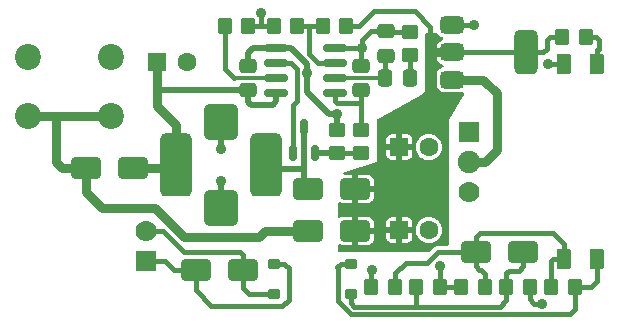
<source format=gtl>
%TF.GenerationSoftware,KiCad,Pcbnew,9.0.7-9.0.7~ubuntu24.04.1*%
%TF.CreationDate,2026-01-03T17:13:33-08:00*%
%TF.ProjectId,BeamBreak-v1,4265616d-4272-4656-916b-2d76312e6b69,1*%
%TF.SameCoordinates,Original*%
%TF.FileFunction,Copper,L1,Top*%
%TF.FilePolarity,Positive*%
%FSLAX46Y46*%
G04 Gerber Fmt 4.6, Leading zero omitted, Abs format (unit mm)*
G04 Created by KiCad (PCBNEW 9.0.7-9.0.7~ubuntu24.04.1) date 2026-01-03 17:13:33*
%MOMM*%
%LPD*%
G01*
G04 APERTURE LIST*
G04 Aperture macros list*
%AMRoundRect*
0 Rectangle with rounded corners*
0 $1 Rounding radius*
0 $2 $3 $4 $5 $6 $7 $8 $9 X,Y pos of 4 corners*
0 Add a 4 corners polygon primitive as box body*
4,1,4,$2,$3,$4,$5,$6,$7,$8,$9,$2,$3,0*
0 Add four circle primitives for the rounded corners*
1,1,$1+$1,$2,$3*
1,1,$1+$1,$4,$5*
1,1,$1+$1,$6,$7*
1,1,$1+$1,$8,$9*
0 Add four rect primitives between the rounded corners*
20,1,$1+$1,$2,$3,$4,$5,0*
20,1,$1+$1,$4,$5,$6,$7,0*
20,1,$1+$1,$6,$7,$8,$9,0*
20,1,$1+$1,$8,$9,$2,$3,0*%
G04 Aperture macros list end*
%TA.AperFunction,SMDPad,CuDef*%
%ADD10RoundRect,0.250000X0.350000X0.450000X-0.350000X0.450000X-0.350000X-0.450000X0.350000X-0.450000X0*%
%TD*%
%TA.AperFunction,SMDPad,CuDef*%
%ADD11RoundRect,0.250000X1.000000X0.650000X-1.000000X0.650000X-1.000000X-0.650000X1.000000X-0.650000X0*%
%TD*%
%TA.AperFunction,SMDPad,CuDef*%
%ADD12RoundRect,0.396240X0.924560X-2.270760X0.924560X2.270760X-0.924560X2.270760X-0.924560X-2.270760X0*%
%TD*%
%TA.AperFunction,SMDPad,CuDef*%
%ADD13RoundRect,0.426720X0.995680X-1.090930X0.995680X1.090930X-0.995680X1.090930X-0.995680X-1.090930X0*%
%TD*%
%TA.AperFunction,ComponentPad*%
%ADD14RoundRect,0.250000X-0.550000X-0.550000X0.550000X-0.550000X0.550000X0.550000X-0.550000X0.550000X0*%
%TD*%
%TA.AperFunction,ComponentPad*%
%ADD15C,1.600000*%
%TD*%
%TA.AperFunction,SMDPad,CuDef*%
%ADD16RoundRect,0.150000X0.825000X0.150000X-0.825000X0.150000X-0.825000X-0.150000X0.825000X-0.150000X0*%
%TD*%
%TA.AperFunction,SMDPad,CuDef*%
%ADD17RoundRect,0.375000X-0.625000X-0.375000X0.625000X-0.375000X0.625000X0.375000X-0.625000X0.375000X0*%
%TD*%
%TA.AperFunction,SMDPad,CuDef*%
%ADD18RoundRect,0.500000X-0.500000X-1.400000X0.500000X-1.400000X0.500000X1.400000X-0.500000X1.400000X0*%
%TD*%
%TA.AperFunction,ComponentPad*%
%ADD19C,2.200000*%
%TD*%
%TA.AperFunction,SMDPad,CuDef*%
%ADD20RoundRect,0.250000X-0.350000X-0.450000X0.350000X-0.450000X0.350000X0.450000X-0.350000X0.450000X0*%
%TD*%
%TA.AperFunction,SMDPad,CuDef*%
%ADD21RoundRect,0.250000X0.475000X-0.337500X0.475000X0.337500X-0.475000X0.337500X-0.475000X-0.337500X0*%
%TD*%
%TA.AperFunction,SMDPad,CuDef*%
%ADD22RoundRect,0.250000X-0.375000X-0.625000X0.375000X-0.625000X0.375000X0.625000X-0.375000X0.625000X0*%
%TD*%
%TA.AperFunction,SMDPad,CuDef*%
%ADD23RoundRect,0.120000X-0.380000X0.280000X-0.380000X-0.280000X0.380000X-0.280000X0.380000X0.280000X0*%
%TD*%
%TA.AperFunction,SMDPad,CuDef*%
%ADD24RoundRect,0.250000X-0.450000X0.350000X-0.450000X-0.350000X0.450000X-0.350000X0.450000X0.350000X0*%
%TD*%
%TA.AperFunction,SMDPad,CuDef*%
%ADD25RoundRect,0.250000X-0.337500X-0.475000X0.337500X-0.475000X0.337500X0.475000X-0.337500X0.475000X0*%
%TD*%
%TA.AperFunction,SMDPad,CuDef*%
%ADD26RoundRect,0.250000X0.450000X-0.350000X0.450000X0.350000X-0.450000X0.350000X-0.450000X-0.350000X0*%
%TD*%
%TA.AperFunction,ComponentPad*%
%ADD27R,1.778000X1.778000*%
%TD*%
%TA.AperFunction,ComponentPad*%
%ADD28C,1.778000*%
%TD*%
%TA.AperFunction,SMDPad,CuDef*%
%ADD29RoundRect,0.150000X0.150000X-0.512500X0.150000X0.512500X-0.150000X0.512500X-0.150000X-0.512500X0*%
%TD*%
%TA.AperFunction,ComponentPad*%
%ADD30C,1.905000*%
%TD*%
%TA.AperFunction,ViaPad*%
%ADD31C,0.889000*%
%TD*%
%TA.AperFunction,Conductor*%
%ADD32C,0.508000*%
%TD*%
%TA.AperFunction,Conductor*%
%ADD33C,0.381000*%
%TD*%
%TA.AperFunction,Conductor*%
%ADD34C,0.762000*%
%TD*%
%TA.AperFunction,Conductor*%
%ADD35C,0.304800*%
%TD*%
G04 APERTURE END LIST*
D10*
%TO.P,R1,1*%
%TO.N,GND*%
X184464200Y-98196400D03*
%TO.P,R1,2*%
%TO.N,Net-(U2-FA{slash}SD)*%
X182464200Y-98196400D03*
%TD*%
%TO.P,R9,1*%
%TO.N,/SIG*%
X200694800Y-120319800D03*
%TO.P,R9,2*%
%TO.N,Net-(D5-K)*%
X198694800Y-120319800D03*
%TD*%
D11*
%TO.P,D2,1,K*%
%TO.N,/Power Supply/DCDC_IN*%
X174720000Y-110236000D03*
%TO.P,D2,2,A*%
%TO.N,/Power Supply/DCIN*%
X170720000Y-110236000D03*
%TD*%
D12*
%TO.P,L1,1,1*%
%TO.N,/Power Supply/DCDC_IN*%
X178308000Y-109982000D03*
%TO.P,L1,2,2*%
%TO.N,Net-(D3-A)*%
X185928000Y-109982000D03*
D13*
%TO.P,L1,3,3*%
%TO.N,GND*%
X182118000Y-113595150D03*
X182118000Y-106368850D03*
%TD*%
D14*
%TO.P,C7,1*%
%TO.N,Net-(D3-K)*%
X197243379Y-115483400D03*
D15*
%TO.P,C7,2*%
%TO.N,GND*%
X199743379Y-115483400D03*
%TD*%
D10*
%TO.P,R4,1*%
%TO.N,Net-(D1-A)*%
X213012000Y-99187000D03*
%TO.P,R4,2*%
%TO.N,Net-(D3-K)*%
X211012000Y-99187000D03*
%TD*%
D16*
%TO.P,U2,1,I_{SEN}*%
%TO.N,Net-(U2-I_{SEN})*%
X191755800Y-103886000D03*
%TO.P,U2,2,COMP*%
%TO.N,Net-(U2-COMP)*%
X191755800Y-102616000D03*
%TO.P,U2,3,FB*%
%TO.N,Net-(U2-FB)*%
X191755800Y-101346000D03*
%TO.P,U2,4,AGND*%
%TO.N,GND*%
X191755800Y-100076000D03*
%TO.P,U2,5,PGND*%
X186805800Y-100076000D03*
%TO.P,U2,6,DR*%
%TO.N,Net-(Q1-G)*%
X186805800Y-101346000D03*
%TO.P,U2,7,FA/SD*%
%TO.N,Net-(U2-FA{slash}SD)*%
X186805800Y-102616000D03*
%TO.P,U2,8,V_{IN}*%
%TO.N,/Power Supply/DCDC_IN*%
X186805800Y-103886000D03*
%TD*%
D17*
%TO.P,U1,1,IN*%
%TO.N,GND*%
X201701000Y-98157000D03*
%TO.P,U1,2,Vs*%
%TO.N,Net-(D3-K)*%
X201701000Y-100457000D03*
D18*
X208001000Y-100457000D03*
D17*
%TO.P,U1,3,OUT*%
%TO.N,+12V*%
X201701000Y-102757000D03*
%TD*%
D19*
%TO.P,J1,1,Pin_1*%
%TO.N,GND*%
X172806000Y-100878000D03*
X165780600Y-100878000D03*
%TO.P,J1,2,Pin_2*%
%TO.N,/Power Supply/DCIN*%
X172806000Y-105878000D03*
X165806000Y-105878000D03*
%TD*%
D20*
%TO.P,R11,1*%
%TO.N,Net-(D5-K)*%
X206314800Y-120319800D03*
%TO.P,R11,2*%
%TO.N,+12V*%
X208314800Y-120319800D03*
%TD*%
D21*
%TO.P,C4,1*%
%TO.N,Net-(U2-I_{SEN})*%
X194030600Y-103653500D03*
%TO.P,C4,2*%
%TO.N,GND*%
X194030600Y-101578500D03*
%TD*%
D22*
%TO.P,D1,1,K*%
%TO.N,GND*%
X211198000Y-101473000D03*
%TO.P,D1,2,A*%
%TO.N,Net-(D1-A)*%
X213998000Y-101473000D03*
%TD*%
D14*
%TO.P,C2,1*%
%TO.N,/Power Supply/DCDC_IN*%
X176744620Y-101244400D03*
D15*
%TO.P,C2,2*%
%TO.N,GND*%
X179244620Y-101244400D03*
%TD*%
D11*
%TO.P,D7,1,K*%
%TO.N,/DIO_RIO*%
X183991000Y-118872000D03*
%TO.P,D7,2,A*%
%TO.N,/GND_RIO*%
X179991000Y-118872000D03*
%TD*%
%TO.P,D5,1,K*%
%TO.N,Net-(D5-K)*%
X207714600Y-117322600D03*
%TO.P,D5,2,A*%
%TO.N,Net-(D5-A)*%
X203714600Y-117322600D03*
%TD*%
D20*
%TO.P,R12,1*%
%TO.N,Net-(D5-A)*%
X210124800Y-120319800D03*
%TO.P,R12,2*%
%TO.N,Net-(D6-A)*%
X212124800Y-120319800D03*
%TD*%
D14*
%TO.P,C6,1*%
%TO.N,Net-(D3-K)*%
X197242420Y-108483400D03*
D15*
%TO.P,C6,2*%
%TO.N,GND*%
X199742420Y-108483400D03*
%TD*%
D20*
%TO.P,R2,1*%
%TO.N,GND*%
X186604400Y-98196400D03*
%TO.P,R2,2*%
%TO.N,Net-(U2-FB)*%
X188604400Y-98196400D03*
%TD*%
%TO.P,R8,1*%
%TO.N,GND*%
X194884800Y-120319800D03*
%TO.P,R8,2*%
%TO.N,Net-(D5-A)*%
X196884800Y-120319800D03*
%TD*%
%TO.P,R3,1*%
%TO.N,Net-(U2-FB)*%
X190744600Y-98196400D03*
%TO.P,R3,2*%
%TO.N,Net-(D3-K)*%
X192744600Y-98196400D03*
%TD*%
D23*
%TO.P,U3,1*%
%TO.N,Net-(D5-K)*%
X193140400Y-120904000D03*
%TO.P,U3,2*%
%TO.N,Net-(D6-A)*%
X193140400Y-118364000D03*
%TO.P,U3,3*%
%TO.N,/GND_RIO*%
X186640400Y-118364000D03*
%TO.P,U3,4*%
%TO.N,/DIO_RIO*%
X186640400Y-120904000D03*
%TD*%
D11*
%TO.P,D4,1,K*%
%TO.N,Net-(D3-K)*%
X193516000Y-115570000D03*
%TO.P,D4,2,A*%
%TO.N,/Power Supply/DCIN*%
X189516000Y-115570000D03*
%TD*%
D24*
%TO.P,R5,1*%
%TO.N,GND*%
X198120000Y-98695000D03*
%TO.P,R5,2*%
%TO.N,Net-(C5-Pad2)*%
X198120000Y-100695000D03*
%TD*%
D11*
%TO.P,D3,1,K*%
%TO.N,Net-(D3-K)*%
X193516000Y-112014000D03*
%TO.P,D3,2,A*%
%TO.N,Net-(D3-A)*%
X189516000Y-112014000D03*
%TD*%
D25*
%TO.P,C5,1*%
%TO.N,Net-(U2-COMP)*%
X196041100Y-102616000D03*
%TO.P,C5,2*%
%TO.N,Net-(C5-Pad2)*%
X198116100Y-102616000D03*
%TD*%
D20*
%TO.P,R10,1*%
%TO.N,/SIG*%
X202504800Y-120319800D03*
%TO.P,R10,2*%
%TO.N,Net-(D5-A)*%
X204504800Y-120319800D03*
%TD*%
D24*
%TO.P,R7,1*%
%TO.N,Net-(U2-I_{SEN})*%
X193954400Y-107000800D03*
%TO.P,R7,2*%
%TO.N,Net-(Q1-S)*%
X193954400Y-109000800D03*
%TD*%
D26*
%TO.P,R6,1*%
%TO.N,Net-(Q1-S)*%
X191922400Y-109000800D03*
%TO.P,R6,2*%
%TO.N,GND*%
X191922400Y-107000800D03*
%TD*%
D27*
%TO.P,J3,1,Pin_1*%
%TO.N,/GND_RIO*%
X175773500Y-118110000D03*
D28*
%TO.P,J3,2,Pin_2*%
%TO.N,/DIO_RIO*%
X175773500Y-115570000D03*
%TD*%
D22*
%TO.P,D6,1,K*%
%TO.N,Net-(D5-A)*%
X211198000Y-117983000D03*
%TO.P,D6,2,A*%
%TO.N,Net-(D6-A)*%
X213998000Y-117983000D03*
%TD*%
D29*
%TO.P,Q1,1,G*%
%TO.N,Net-(Q1-G)*%
X188203800Y-109011300D03*
%TO.P,Q1,2,S*%
%TO.N,Net-(Q1-S)*%
X190103800Y-109011300D03*
%TO.P,Q1,3,D*%
%TO.N,Net-(D3-A)*%
X189153800Y-106736300D03*
%TD*%
D21*
%TO.P,C3,1*%
%TO.N,/Power Supply/DCDC_IN*%
X184429400Y-103653500D03*
%TO.P,C3,2*%
%TO.N,GND*%
X184429400Y-101578500D03*
%TD*%
%TO.P,C1,1*%
%TO.N,Net-(U2-COMP)*%
X196088000Y-100732500D03*
%TO.P,C1,2*%
%TO.N,GND*%
X196088000Y-98657500D03*
%TD*%
D27*
%TO.P,J2,1,Pin_1*%
%TO.N,GND*%
X203149200Y-107188000D03*
D30*
%TO.P,J2,2,Pin_2*%
%TO.N,+12V*%
X203149200Y-109728000D03*
D28*
%TO.P,J2,3,Pin_3*%
%TO.N,/SIG*%
X203149200Y-112268000D03*
%TD*%
D31*
%TO.N,GND*%
X191922400Y-105664000D03*
X194894200Y-118897400D03*
X209804000Y-101473000D03*
X189433200Y-102183724D03*
X182118000Y-108610400D03*
X182118000Y-111353600D03*
X203581000Y-98145600D03*
X185521600Y-97078800D03*
X194081400Y-100076000D03*
%TO.N,+12V*%
X209321400Y-121717800D03*
%TO.N,/SIG*%
X200710800Y-118567200D03*
%TD*%
D32*
%TO.N,GND*%
X189433200Y-102183724D02*
X189433200Y-103784400D01*
D33*
X184464200Y-98196400D02*
X185521600Y-98196400D01*
X185521600Y-97078800D02*
X185521600Y-98196400D01*
D32*
X191922400Y-107000800D02*
X191922400Y-105664000D01*
X182118000Y-113595150D02*
X182118000Y-111353600D01*
X184429400Y-100482400D02*
X184429400Y-101578500D01*
X191312800Y-105664000D02*
X191922400Y-105664000D01*
X189433200Y-101422200D02*
X188087000Y-100076000D01*
D33*
X194081400Y-99390200D02*
X194081400Y-100076000D01*
X184464200Y-98196400D02*
X184464200Y-98136200D01*
X191755800Y-100076000D02*
X194081400Y-100076000D01*
X203569600Y-98157000D02*
X203581000Y-98145600D01*
D32*
X188087000Y-100076000D02*
X186805800Y-100076000D01*
X189433200Y-103784400D02*
X191312800Y-105664000D01*
D33*
X194030600Y-101578500D02*
X194030600Y-100126800D01*
X194814100Y-98657500D02*
X194081400Y-99390200D01*
X194030600Y-100126800D02*
X194081400Y-100076000D01*
X211198000Y-101473000D02*
X209804000Y-101473000D01*
X198120000Y-98695000D02*
X196125500Y-98695000D01*
X185521600Y-98196400D02*
X186604400Y-98196400D01*
X196125500Y-98695000D02*
X196088000Y-98657500D01*
X201701000Y-98157000D02*
X203569600Y-98157000D01*
D32*
X186805800Y-100076000D02*
X184835800Y-100076000D01*
X182118000Y-106368850D02*
X182118000Y-108610400D01*
X184835800Y-100076000D02*
X184429400Y-100482400D01*
X189433200Y-102183724D02*
X189433200Y-101422200D01*
D33*
X196088000Y-98657500D02*
X194814100Y-98657500D01*
X194884800Y-120319800D02*
X194884800Y-118906800D01*
X194884800Y-118906800D02*
X194894200Y-118897400D01*
%TO.N,+12V*%
X208314800Y-121370600D02*
X208662000Y-121717800D01*
D34*
X205486000Y-103911400D02*
X204331600Y-102757000D01*
D33*
X208314800Y-120319800D02*
X208314800Y-121370600D01*
D34*
X203149200Y-109728000D02*
X204496238Y-109728000D01*
X204496238Y-109728000D02*
X205486000Y-108738238D01*
X204331600Y-102757000D02*
X201701000Y-102757000D01*
X205486000Y-108738238D02*
X205486000Y-103911400D01*
D33*
X208662000Y-121717800D02*
X209321400Y-121717800D01*
D34*
%TO.N,/Power Supply/DCIN*%
X176530000Y-113639600D02*
X172085000Y-113639600D01*
X168173400Y-105878000D02*
X172806000Y-105878000D01*
X165806000Y-105878000D02*
X168173400Y-105878000D01*
X185394600Y-116078000D02*
X178968400Y-116078000D01*
X178968400Y-116078000D02*
X176530000Y-113639600D01*
X189516000Y-115570000D02*
X185902600Y-115570000D01*
X170688000Y-112242600D02*
X170688000Y-110268000D01*
X168173400Y-109728000D02*
X168173400Y-105878000D01*
X170688000Y-110268000D02*
X170720000Y-110236000D01*
X172085000Y-113639600D02*
X170688000Y-112242600D01*
X168681400Y-110236000D02*
X168173400Y-109728000D01*
X185902600Y-115570000D02*
X185394600Y-116078000D01*
X170720000Y-110236000D02*
X168681400Y-110236000D01*
D33*
%TO.N,/GND_RIO*%
X178181000Y-118872000D02*
X179991000Y-118872000D01*
X187858400Y-118745000D02*
X187477400Y-118364000D01*
X187858400Y-121386600D02*
X187858400Y-118745000D01*
X177419000Y-118110000D02*
X178181000Y-118872000D01*
X181330600Y-121920000D02*
X187325000Y-121920000D01*
X187477400Y-118364000D02*
X186640400Y-118364000D01*
X179991000Y-120580400D02*
X181330600Y-121920000D01*
X187325000Y-121920000D02*
X187858400Y-121386600D01*
X175773500Y-118110000D02*
X177419000Y-118110000D01*
X179991000Y-118872000D02*
X179991000Y-120580400D01*
%TO.N,/DIO_RIO*%
X184480200Y-120904000D02*
X183991000Y-120414800D01*
X183743600Y-117373400D02*
X183991000Y-117620800D01*
X177241200Y-115570000D02*
X179044600Y-117373400D01*
X183991000Y-117620800D02*
X183991000Y-118872000D01*
X175773500Y-115570000D02*
X177241200Y-115570000D01*
X183991000Y-120414800D02*
X183991000Y-118872000D01*
X186640400Y-120904000D02*
X184480200Y-120904000D01*
X179044600Y-117373400D02*
X183743600Y-117373400D01*
%TO.N,/SIG*%
X200694800Y-120319800D02*
X202504800Y-120319800D01*
X200694800Y-120319800D02*
X200694800Y-118583200D01*
X200694800Y-118583200D02*
X200710800Y-118567200D01*
%TO.N,Net-(U2-I_{SEN})*%
X193954400Y-107000800D02*
X193954400Y-105232200D01*
X193954400Y-103729700D02*
X194030600Y-103653500D01*
X191755800Y-103886000D02*
X191755800Y-104532200D01*
X193954400Y-105232200D02*
X193954400Y-104749600D01*
X191755800Y-104532200D02*
X191973200Y-104749600D01*
X193954400Y-104749600D02*
X193954400Y-103729700D01*
X191973200Y-104749600D02*
X193954400Y-104749600D01*
%TO.N,Net-(U2-COMP)*%
X196041100Y-102616000D02*
X196041100Y-100779400D01*
D35*
X191755800Y-102616000D02*
X196041100Y-102616000D01*
D33*
X196041100Y-100779400D02*
X196088000Y-100732500D01*
%TO.N,Net-(D1-A)*%
X213995000Y-100425600D02*
X213998000Y-100428600D01*
X213998000Y-100428600D02*
X213998000Y-101473000D01*
X213918800Y-99187000D02*
X214122000Y-99390200D01*
X214028000Y-101443000D02*
X213998000Y-101473000D01*
X213995000Y-100253800D02*
X213995000Y-100425600D01*
X214122000Y-99390200D02*
X214122000Y-100126800D01*
X214122000Y-100126800D02*
X213995000Y-100253800D01*
X213012000Y-99187000D02*
X213918800Y-99187000D01*
%TO.N,Net-(D6-A)*%
X213461600Y-120319800D02*
X213998000Y-119783400D01*
X212124800Y-122164600D02*
X212124800Y-120319800D01*
X193140400Y-118364000D02*
X192278000Y-118364000D01*
X211682600Y-122606800D02*
X212124800Y-122164600D01*
X192278000Y-118364000D02*
X191998600Y-118643400D01*
X213998000Y-119783400D02*
X213998000Y-117983000D01*
X192024000Y-121498640D02*
X193132160Y-122606800D01*
X193132160Y-122606800D02*
X211682600Y-122606800D01*
X192024000Y-118668800D02*
X192024000Y-121498640D01*
X212124800Y-120319800D02*
X213461600Y-120319800D01*
X191998600Y-118643400D02*
X192024000Y-118668800D01*
D32*
%TO.N,Net-(Q1-S)*%
X191911900Y-109011300D02*
X191922400Y-109000800D01*
X190103800Y-109011300D02*
X191911900Y-109011300D01*
D33*
X193954400Y-109000800D02*
X191922400Y-109000800D01*
%TO.N,Net-(Q1-G)*%
X188061600Y-101346000D02*
X188544200Y-101828600D01*
X188544200Y-104597200D02*
X188203800Y-104937600D01*
X186805800Y-101346000D02*
X188061600Y-101346000D01*
X188203800Y-104937600D02*
X188203800Y-109011300D01*
X188544200Y-101828600D02*
X188544200Y-104597200D01*
D35*
%TO.N,Net-(U2-FA{slash}SD)*%
X183210200Y-102616000D02*
X186805800Y-102616000D01*
D33*
X182473600Y-101879400D02*
X183210200Y-102616000D01*
X186789800Y-102600000D02*
X186805800Y-102616000D01*
X182464200Y-98196400D02*
X182464200Y-101425314D01*
X182473600Y-101434714D02*
X182473600Y-101879400D01*
X182464200Y-101425314D02*
X182473600Y-101434714D01*
%TO.N,Net-(U2-FB)*%
X191755800Y-101346000D02*
X190346242Y-101346000D01*
X189611000Y-98196400D02*
X190744600Y-98196400D01*
X190346242Y-101346000D02*
X189611000Y-100610758D01*
X189611000Y-100610758D02*
X189611000Y-98196400D01*
X188604400Y-98196400D02*
X189611000Y-98196400D01*
D32*
%TO.N,/Power Supply/DCDC_IN*%
X184429400Y-103653500D02*
X184429400Y-104648000D01*
D34*
X178308000Y-106578400D02*
X178308000Y-109982000D01*
D32*
X184429400Y-103653500D02*
X176977120Y-103653500D01*
X176977120Y-103653500D02*
X176744620Y-103886000D01*
X186805800Y-104583000D02*
X186805800Y-103886000D01*
X184429400Y-104648000D02*
X184658000Y-104876600D01*
D34*
X176744620Y-105015020D02*
X178308000Y-106578400D01*
D32*
X186512200Y-104876600D02*
X186805800Y-104583000D01*
D34*
X176744620Y-103886000D02*
X176744620Y-105015020D01*
X176744620Y-103886000D02*
X176744620Y-101244400D01*
X174720000Y-110236000D02*
X177927000Y-110236000D01*
D32*
X184658000Y-104876600D02*
X186512200Y-104876600D01*
X184222300Y-103860600D02*
X184429400Y-103653500D01*
D33*
%TO.N,Net-(C5-Pad2)*%
X198116100Y-102095900D02*
X198120000Y-102092000D01*
X198120000Y-102612100D02*
X198116100Y-102616000D01*
X198120000Y-100695000D02*
X198120000Y-102612100D01*
%TO.N,Net-(D3-K)*%
X209702400Y-100152200D02*
X209702400Y-99441000D01*
X209956400Y-99187000D02*
X211012000Y-99187000D01*
X193827400Y-98196400D02*
X195071600Y-96952200D01*
D34*
X199872600Y-103835200D02*
X197231000Y-106476800D01*
D33*
X209397600Y-100457000D02*
X209702400Y-100152200D01*
D34*
X199872600Y-100457000D02*
X199872600Y-103835200D01*
D33*
X192744600Y-98196400D02*
X193827400Y-98196400D01*
X195071600Y-96952200D02*
X198552200Y-96952200D01*
D34*
X201701000Y-100457000D02*
X199872600Y-100457000D01*
D33*
X208001000Y-100457000D02*
X201701000Y-100457000D01*
D34*
X197231000Y-106476800D02*
X197242420Y-106488220D01*
D33*
X208001000Y-100457000D02*
X209397600Y-100457000D01*
X197156779Y-115570000D02*
X197243379Y-115483400D01*
X198552200Y-96952200D02*
X199872600Y-98272600D01*
X199872600Y-98272600D02*
X199872600Y-100457000D01*
X209702400Y-99441000D02*
X209956400Y-99187000D01*
D32*
%TO.N,Net-(D3-A)*%
X189153800Y-110337600D02*
X189153800Y-111651800D01*
X189153800Y-110337600D02*
X186283600Y-110337600D01*
X189153800Y-106736300D02*
X189153800Y-110337600D01*
X186283600Y-110337600D02*
X185928000Y-109982000D01*
X189153800Y-111651800D02*
X189516000Y-112014000D01*
D33*
%TO.N,Net-(D5-K)*%
X198694800Y-120319800D02*
X198694800Y-121961400D01*
X193395600Y-121970800D02*
X198704200Y-121970800D01*
X198704200Y-121970800D02*
X205790800Y-121970800D01*
X205790800Y-121970800D02*
X206314800Y-121446800D01*
X193140400Y-121715600D02*
X193395600Y-121970800D01*
X206502000Y-118948200D02*
X207340200Y-118948200D01*
X206314800Y-120319800D02*
X206314800Y-119135400D01*
X207340200Y-118948200D02*
X207714600Y-118573800D01*
X198694800Y-121961400D02*
X198704200Y-121970800D01*
X206314800Y-119135400D02*
X206502000Y-118948200D01*
X207714600Y-118573800D02*
X207714600Y-117322600D01*
X206314800Y-121446800D02*
X206314800Y-120319800D01*
X193140400Y-120904000D02*
X193140400Y-121715600D01*
%TO.N,Net-(D5-A)*%
X204063600Y-115747800D02*
X203714600Y-116096800D01*
X211198000Y-116710000D02*
X210235800Y-115747800D01*
X204504800Y-120319800D02*
X204504800Y-119211600D01*
X204165200Y-118872000D02*
X204012800Y-118872000D01*
X210235800Y-115747800D02*
X204063600Y-115747800D01*
X210124800Y-118227600D02*
X210124800Y-120319800D01*
X210108800Y-118084600D02*
X210108800Y-118211600D01*
X203714600Y-116096800D02*
X203714600Y-117322600D01*
X196884800Y-119167400D02*
X197764400Y-118287800D01*
X211198000Y-117983000D02*
X210210400Y-117983000D01*
X204012800Y-118872000D02*
X203714600Y-118573800D01*
X200533000Y-117322600D02*
X203714600Y-117322600D01*
X204504800Y-119211600D02*
X204165200Y-118872000D01*
X210108800Y-118211600D02*
X210124800Y-118227600D01*
X196884800Y-120319800D02*
X196884800Y-119167400D01*
X199567800Y-118287800D02*
X200533000Y-117322600D01*
X211198000Y-117983000D02*
X211198000Y-116710000D01*
X203714600Y-118573800D02*
X203714600Y-117322600D01*
X197764400Y-118287800D02*
X199567800Y-118287800D01*
X210210400Y-117983000D02*
X210108800Y-118084600D01*
%TD*%
%TA.AperFunction,Conductor*%
%TO.N,Net-(D3-K)*%
G36*
X200443795Y-98825685D02*
G01*
X200482873Y-98865850D01*
X200536548Y-98954639D01*
X200653360Y-99071451D01*
X200653362Y-99071452D01*
X200653364Y-99071454D01*
X200794745Y-99156922D01*
X200897292Y-99188877D01*
X200955437Y-99227613D01*
X200983411Y-99291638D01*
X200972330Y-99360623D01*
X200925711Y-99412666D01*
X200897290Y-99425646D01*
X200794954Y-99457536D01*
X200653673Y-99542942D01*
X200536942Y-99659673D01*
X200451537Y-99800951D01*
X200402423Y-99958565D01*
X200396200Y-100027057D01*
X200396200Y-100203000D01*
X201577000Y-100203000D01*
X201644039Y-100222685D01*
X201689794Y-100275489D01*
X201701000Y-100327000D01*
X201701000Y-100587000D01*
X201681315Y-100654039D01*
X201628511Y-100699794D01*
X201577000Y-100711000D01*
X200396201Y-100711000D01*
X200396201Y-100886952D01*
X200402422Y-100955432D01*
X200402425Y-100955443D01*
X200451535Y-101113045D01*
X200536942Y-101254326D01*
X200653673Y-101371057D01*
X200794952Y-101456462D01*
X200897289Y-101488351D01*
X200955437Y-101527088D01*
X200983412Y-101591113D01*
X200972331Y-101660099D01*
X200925713Y-101712142D01*
X200897291Y-101725122D01*
X200794749Y-101757076D01*
X200794747Y-101757077D01*
X200653360Y-101842548D01*
X200536548Y-101959360D01*
X200451077Y-102100747D01*
X200451075Y-102100750D01*
X200401928Y-102258470D01*
X200395700Y-102327012D01*
X200395700Y-103186998D01*
X200401926Y-103255521D01*
X200401928Y-103255528D01*
X200451075Y-103413249D01*
X200451077Y-103413252D01*
X200451078Y-103413255D01*
X200495869Y-103487348D01*
X200536548Y-103554639D01*
X200653360Y-103671451D01*
X200653362Y-103671452D01*
X200653364Y-103671454D01*
X200794745Y-103756922D01*
X200794748Y-103756923D01*
X200794750Y-103756924D01*
X200856415Y-103776139D01*
X200952472Y-103806072D01*
X201021009Y-103812300D01*
X202380990Y-103812299D01*
X202380997Y-103812299D01*
X202449521Y-103806073D01*
X202449522Y-103806072D01*
X202449528Y-103806072D01*
X202531110Y-103780650D01*
X202558516Y-103780198D01*
X202585647Y-103776297D01*
X202592945Y-103779630D01*
X202600970Y-103779498D01*
X202624270Y-103793935D01*
X202649203Y-103805322D01*
X202653541Y-103812072D01*
X202660362Y-103816299D01*
X202672156Y-103841039D01*
X202686977Y-103864100D01*
X202688629Y-103875590D01*
X202690430Y-103879368D01*
X202692000Y-103899035D01*
X202692000Y-104092614D01*
X202673325Y-104158056D01*
X201422000Y-106171999D01*
X201422000Y-116702800D01*
X201402315Y-116769839D01*
X201349511Y-116815594D01*
X201298000Y-116826800D01*
X200467726Y-116826800D01*
X200404677Y-116843693D01*
X200404677Y-116843694D01*
X200341628Y-116860588D01*
X200341627Y-116860588D01*
X200341625Y-116860589D01*
X200341621Y-116860591D01*
X200285100Y-116893223D01*
X200285100Y-116893224D01*
X200228571Y-116925861D01*
X200228568Y-116925863D01*
X199865852Y-117288578D01*
X199804529Y-117322063D01*
X199778540Y-117324896D01*
X192148369Y-117347629D01*
X192081272Y-117328145D01*
X192035360Y-117275477D01*
X192024000Y-117223630D01*
X192024000Y-116792839D01*
X192043685Y-116725800D01*
X192096489Y-116680045D01*
X192165647Y-116670101D01*
X192222927Y-116694036D01*
X192241529Y-116708143D01*
X192383410Y-116764093D01*
X192383408Y-116764093D01*
X192472565Y-116774800D01*
X193262000Y-116774800D01*
X193770000Y-116774800D01*
X194559435Y-116774800D01*
X194648590Y-116764093D01*
X194790470Y-116708143D01*
X194911990Y-116615990D01*
X195004143Y-116494470D01*
X195060093Y-116352590D01*
X195070800Y-116263434D01*
X195070800Y-115824000D01*
X193770000Y-115824000D01*
X193770000Y-116774800D01*
X193262000Y-116774800D01*
X193262000Y-115316000D01*
X193770000Y-115316000D01*
X195070800Y-115316000D01*
X195070800Y-114889965D01*
X196138579Y-114889965D01*
X196138579Y-115229400D01*
X196931693Y-115229400D01*
X196923299Y-115237794D01*
X196870638Y-115329006D01*
X196843379Y-115430739D01*
X196843379Y-115536061D01*
X196870638Y-115637794D01*
X196923299Y-115729006D01*
X196931693Y-115737400D01*
X196138579Y-115737400D01*
X196138579Y-116076834D01*
X196149285Y-116165990D01*
X196205235Y-116307870D01*
X196297388Y-116429390D01*
X196418908Y-116521543D01*
X196560789Y-116577493D01*
X196560787Y-116577493D01*
X196649944Y-116588200D01*
X196989379Y-116588200D01*
X196989379Y-115795086D01*
X196997773Y-115803480D01*
X197088985Y-115856141D01*
X197190718Y-115883400D01*
X197296040Y-115883400D01*
X197397773Y-115856141D01*
X197488985Y-115803480D01*
X197497379Y-115795086D01*
X197497379Y-116588200D01*
X197836814Y-116588200D01*
X197925969Y-116577493D01*
X198067849Y-116521543D01*
X198189369Y-116429390D01*
X198281522Y-116307870D01*
X198337472Y-116165990D01*
X198348179Y-116076834D01*
X198348179Y-115737400D01*
X197555065Y-115737400D01*
X197563459Y-115729006D01*
X197616120Y-115637794D01*
X197643379Y-115536061D01*
X197643379Y-115430739D01*
X197634179Y-115396405D01*
X198638079Y-115396405D01*
X198638079Y-115570394D01*
X198665294Y-115742225D01*
X198691865Y-115824000D01*
X198711165Y-115883400D01*
X198719058Y-115907690D01*
X198798044Y-116062707D01*
X198900297Y-116203448D01*
X198900301Y-116203453D01*
X199023325Y-116326477D01*
X199023330Y-116326481D01*
X199121608Y-116397883D01*
X199164075Y-116428737D01*
X199319091Y-116507722D01*
X199444733Y-116548545D01*
X199484553Y-116561484D01*
X199656385Y-116588700D01*
X199656390Y-116588700D01*
X199830373Y-116588700D01*
X200002204Y-116561484D01*
X200167667Y-116507722D01*
X200322683Y-116428737D01*
X200463434Y-116326476D01*
X200586455Y-116203455D01*
X200688716Y-116062704D01*
X200767701Y-115907688D01*
X200821463Y-115742225D01*
X200823557Y-115729006D01*
X200848679Y-115570394D01*
X200848679Y-115396405D01*
X200821463Y-115224574D01*
X200801560Y-115163320D01*
X200767701Y-115059112D01*
X200688716Y-114904096D01*
X200613674Y-114800809D01*
X200586460Y-114763351D01*
X200586456Y-114763346D01*
X200463432Y-114640322D01*
X200463427Y-114640318D01*
X200322686Y-114538065D01*
X200322685Y-114538064D01*
X200322683Y-114538063D01*
X200167667Y-114459078D01*
X200124755Y-114445135D01*
X200002204Y-114405315D01*
X199830373Y-114378100D01*
X199830368Y-114378100D01*
X199656390Y-114378100D01*
X199656385Y-114378100D01*
X199484553Y-114405315D01*
X199319088Y-114459079D01*
X199164071Y-114538065D01*
X199023330Y-114640318D01*
X199023325Y-114640322D01*
X198900301Y-114763346D01*
X198900297Y-114763351D01*
X198798044Y-114904092D01*
X198719058Y-115059109D01*
X198665294Y-115224574D01*
X198638079Y-115396405D01*
X197634179Y-115396405D01*
X197616120Y-115329006D01*
X197563459Y-115237794D01*
X197555065Y-115229400D01*
X198348179Y-115229400D01*
X198348179Y-114889965D01*
X198337472Y-114800809D01*
X198281522Y-114658929D01*
X198189369Y-114537409D01*
X198067849Y-114445256D01*
X197925968Y-114389306D01*
X197925970Y-114389306D01*
X197836814Y-114378600D01*
X197497379Y-114378600D01*
X197497379Y-115171714D01*
X197488985Y-115163320D01*
X197397773Y-115110659D01*
X197296040Y-115083400D01*
X197190718Y-115083400D01*
X197088985Y-115110659D01*
X196997773Y-115163320D01*
X196989379Y-115171714D01*
X196989379Y-114378600D01*
X196649944Y-114378600D01*
X196560788Y-114389306D01*
X196418908Y-114445256D01*
X196297388Y-114537409D01*
X196205235Y-114658929D01*
X196149285Y-114800809D01*
X196138579Y-114889965D01*
X195070800Y-114889965D01*
X195070800Y-114876565D01*
X195060093Y-114787409D01*
X195004143Y-114645529D01*
X194911990Y-114524009D01*
X194790470Y-114431856D01*
X194648589Y-114375906D01*
X194648591Y-114375906D01*
X194559435Y-114365200D01*
X193770000Y-114365200D01*
X193770000Y-115316000D01*
X193262000Y-115316000D01*
X193262000Y-114365200D01*
X192472565Y-114365200D01*
X192383409Y-114375906D01*
X192241528Y-114431857D01*
X192222924Y-114445965D01*
X192157613Y-114470787D01*
X192089249Y-114456359D01*
X192039538Y-114407260D01*
X192024000Y-114347160D01*
X192024000Y-113236839D01*
X192043685Y-113169800D01*
X192096489Y-113124045D01*
X192165647Y-113114101D01*
X192222927Y-113138036D01*
X192241529Y-113152143D01*
X192383410Y-113208093D01*
X192383408Y-113208093D01*
X192472565Y-113218800D01*
X193262000Y-113218800D01*
X193770000Y-113218800D01*
X194559435Y-113218800D01*
X194648590Y-113208093D01*
X194790470Y-113152143D01*
X194911990Y-113059990D01*
X195004143Y-112938470D01*
X195060093Y-112796590D01*
X195070800Y-112707434D01*
X195070800Y-112268000D01*
X193770000Y-112268000D01*
X193770000Y-113218800D01*
X193262000Y-113218800D01*
X193262000Y-111760000D01*
X193770000Y-111760000D01*
X195070800Y-111760000D01*
X195070800Y-111320565D01*
X195060093Y-111231409D01*
X195004143Y-111089529D01*
X194911990Y-110968009D01*
X194790470Y-110875856D01*
X194648589Y-110819906D01*
X194648591Y-110819906D01*
X194559435Y-110809200D01*
X193770000Y-110809200D01*
X193770000Y-111760000D01*
X193262000Y-111760000D01*
X193262000Y-110809200D01*
X192636747Y-110809200D01*
X192569708Y-110789515D01*
X192523953Y-110736711D01*
X192514009Y-110667553D01*
X192543034Y-110603997D01*
X192600280Y-110566683D01*
X195326000Y-109728000D01*
X195334152Y-108570394D01*
X195335418Y-108390666D01*
X195338944Y-107889965D01*
X196137620Y-107889965D01*
X196137620Y-108229400D01*
X196930734Y-108229400D01*
X196922340Y-108237794D01*
X196869679Y-108329006D01*
X196842420Y-108430739D01*
X196842420Y-108536061D01*
X196869679Y-108637794D01*
X196922340Y-108729006D01*
X196930734Y-108737400D01*
X196137620Y-108737400D01*
X196137620Y-109076834D01*
X196148326Y-109165990D01*
X196204276Y-109307870D01*
X196296429Y-109429390D01*
X196417949Y-109521543D01*
X196559830Y-109577493D01*
X196559828Y-109577493D01*
X196648985Y-109588200D01*
X196988420Y-109588200D01*
X196988420Y-108795086D01*
X196996814Y-108803480D01*
X197088026Y-108856141D01*
X197189759Y-108883400D01*
X197295081Y-108883400D01*
X197396814Y-108856141D01*
X197488026Y-108803480D01*
X197496420Y-108795086D01*
X197496420Y-109588200D01*
X197835855Y-109588200D01*
X197925010Y-109577493D01*
X198066890Y-109521543D01*
X198188410Y-109429390D01*
X198280563Y-109307870D01*
X198336513Y-109165990D01*
X198347220Y-109076834D01*
X198347220Y-108737400D01*
X197554106Y-108737400D01*
X197562500Y-108729006D01*
X197615161Y-108637794D01*
X197642420Y-108536061D01*
X197642420Y-108430739D01*
X197633220Y-108396405D01*
X198637120Y-108396405D01*
X198637120Y-108570394D01*
X198664335Y-108742225D01*
X198701349Y-108856141D01*
X198710206Y-108883400D01*
X198718099Y-108907690D01*
X198797085Y-109062707D01*
X198899338Y-109203448D01*
X198899342Y-109203453D01*
X199022366Y-109326477D01*
X199022371Y-109326481D01*
X199115684Y-109394276D01*
X199163116Y-109428737D01*
X199318132Y-109507722D01*
X199443774Y-109548545D01*
X199483594Y-109561484D01*
X199655426Y-109588700D01*
X199655431Y-109588700D01*
X199829414Y-109588700D01*
X200001245Y-109561484D01*
X200166708Y-109507722D01*
X200321724Y-109428737D01*
X200462475Y-109326476D01*
X200585496Y-109203455D01*
X200687757Y-109062704D01*
X200766742Y-108907688D01*
X200820504Y-108742225D01*
X200832279Y-108667882D01*
X200847720Y-108570394D01*
X200847720Y-108396405D01*
X200820504Y-108224574D01*
X200800242Y-108162216D01*
X200766742Y-108059112D01*
X200687757Y-107904096D01*
X200612715Y-107800809D01*
X200585501Y-107763351D01*
X200585497Y-107763346D01*
X200462473Y-107640322D01*
X200462468Y-107640318D01*
X200321727Y-107538065D01*
X200321726Y-107538064D01*
X200321724Y-107538063D01*
X200166708Y-107459078D01*
X200123796Y-107445135D01*
X200001245Y-107405315D01*
X199829414Y-107378100D01*
X199829409Y-107378100D01*
X199655431Y-107378100D01*
X199655426Y-107378100D01*
X199483594Y-107405315D01*
X199318129Y-107459079D01*
X199163112Y-107538065D01*
X199022371Y-107640318D01*
X199022366Y-107640322D01*
X198899342Y-107763346D01*
X198899338Y-107763351D01*
X198797085Y-107904092D01*
X198718099Y-108059109D01*
X198664335Y-108224574D01*
X198637120Y-108396405D01*
X197633220Y-108396405D01*
X197615161Y-108329006D01*
X197562500Y-108237794D01*
X197554106Y-108229400D01*
X198347220Y-108229400D01*
X198347220Y-107889965D01*
X198336513Y-107800809D01*
X198280563Y-107658929D01*
X198188410Y-107537409D01*
X198066890Y-107445256D01*
X197925009Y-107389306D01*
X197925011Y-107389306D01*
X197835855Y-107378600D01*
X197496420Y-107378600D01*
X197496420Y-108171714D01*
X197488026Y-108163320D01*
X197396814Y-108110659D01*
X197295081Y-108083400D01*
X197189759Y-108083400D01*
X197088026Y-108110659D01*
X196996814Y-108163320D01*
X196988420Y-108171714D01*
X196988420Y-107378600D01*
X196648985Y-107378600D01*
X196559829Y-107389306D01*
X196417949Y-107445256D01*
X196296429Y-107537409D01*
X196204276Y-107658929D01*
X196148326Y-107800809D01*
X196137620Y-107889965D01*
X195338944Y-107889965D01*
X195338976Y-107885387D01*
X195339572Y-107800809D01*
X195350889Y-106193705D01*
X195371045Y-106126808D01*
X195414838Y-106086089D01*
X199390000Y-103886000D01*
X199390000Y-98930000D01*
X199409685Y-98862961D01*
X199462489Y-98817206D01*
X199514000Y-98806000D01*
X200376756Y-98806000D01*
X200443795Y-98825685D01*
G37*
%TD.AperFunction*%
%TD*%
M02*

</source>
